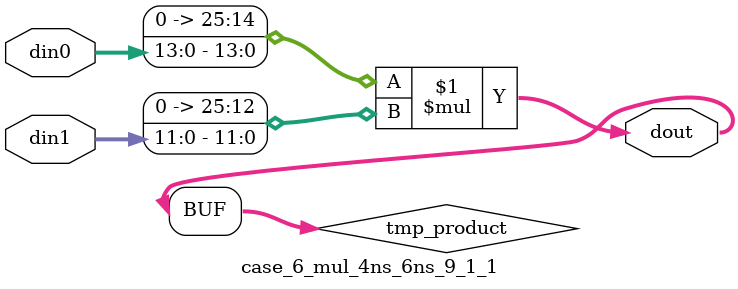
<source format=v>

`timescale 1 ns / 1 ps

 (* use_dsp = "no" *)  module case_6_mul_4ns_6ns_9_1_1(din0, din1, dout);
parameter ID = 1;
parameter NUM_STAGE = 0;
parameter din0_WIDTH = 14;
parameter din1_WIDTH = 12;
parameter dout_WIDTH = 26;

input [din0_WIDTH - 1 : 0] din0; 
input [din1_WIDTH - 1 : 0] din1; 
output [dout_WIDTH - 1 : 0] dout;

wire signed [dout_WIDTH - 1 : 0] tmp_product;
























assign tmp_product = $signed({1'b0, din0}) * $signed({1'b0, din1});











assign dout = tmp_product;





















endmodule

</source>
